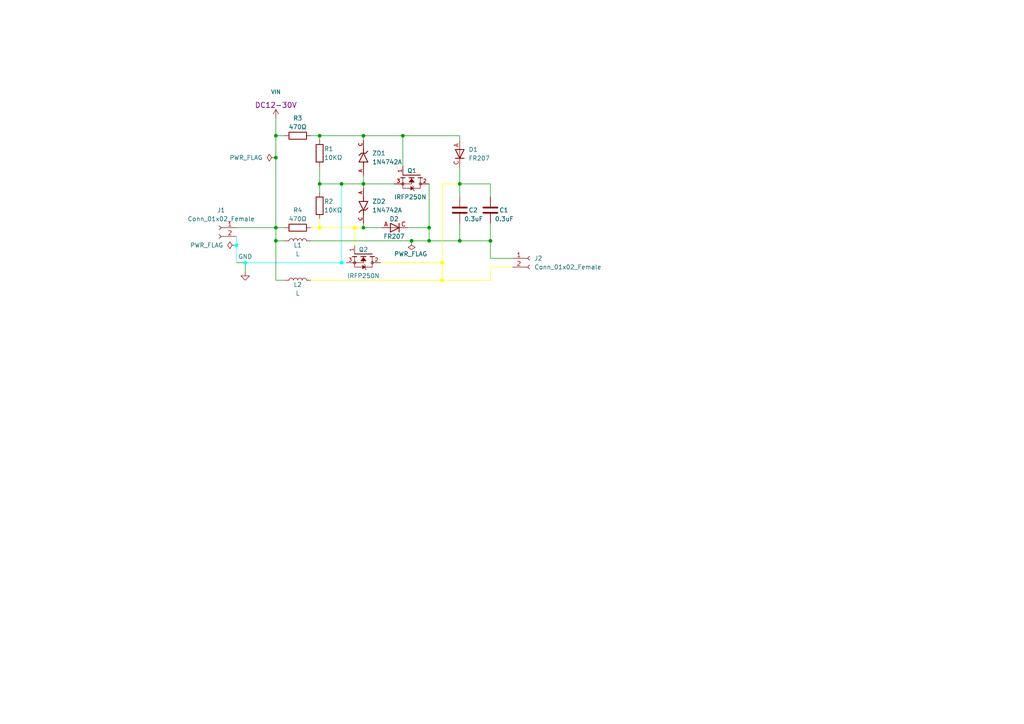
<source format=kicad_sch>
(kicad_sch (version 20211123) (generator eeschema)

  (uuid cc2ff1eb-b268-4e5f-85cd-44277035e33c)

  (paper "A4")

  (lib_symbols
    (symbol "1N4742A:1N4742A" (pin_names (offset 1.016)) (in_bom yes) (on_board yes)
      (property "Reference" "D" (id 0) (at -5.08 2.54 0)
        (effects (font (size 1.27 1.27)) (justify left bottom))
      )
      (property "Value" "1N4742A" (id 1) (at -5.08 -3.81 0)
        (effects (font (size 1.27 1.27)) (justify left bottom))
      )
      (property "Footprint" "DIOAD1060W70L435D230" (id 2) (at 0 0 0)
        (effects (font (size 1.27 1.27)) (justify bottom) hide)
      )
      (property "Datasheet" "" (id 3) (at 0 0 0)
        (effects (font (size 1.27 1.27)) hide)
      )
      (property "MAXIMUM_PACKAGE_HEIGHT" "2.80 mm" (id 4) (at 0 0 0)
        (effects (font (size 1.27 1.27)) (justify bottom) hide)
      )
      (property "MANUFACTURER" "Taiwan Semiconductor" (id 5) (at 0 0 0)
        (effects (font (size 1.27 1.27)) (justify bottom) hide)
      )
      (property "PARTREV" "F1606" (id 6) (at 0 0 0)
        (effects (font (size 1.27 1.27)) (justify bottom) hide)
      )
      (property "STANDARD" "IPC-7351B" (id 7) (at 0 0 0)
        (effects (font (size 1.27 1.27)) (justify bottom) hide)
      )
      (symbol "1N4742A_0_0"
        (polyline
          (pts
            (xy -2.54 0)
            (xy -1.27 0)
          )
          (stroke (width 0.254) (type default) (color 0 0 0 0))
          (fill (type none))
        )
        (polyline
          (pts
            (xy -1.27 -1.27)
            (xy 1.27 0)
          )
          (stroke (width 0.254) (type default) (color 0 0 0 0))
          (fill (type none))
        )
        (polyline
          (pts
            (xy -1.27 0)
            (xy -1.27 -1.27)
          )
          (stroke (width 0.254) (type default) (color 0 0 0 0))
          (fill (type none))
        )
        (polyline
          (pts
            (xy -1.27 1.27)
            (xy -1.27 0)
          )
          (stroke (width 0.254) (type default) (color 0 0 0 0))
          (fill (type none))
        )
        (polyline
          (pts
            (xy 0.635 1.27)
            (xy 1.27 0.635)
          )
          (stroke (width 0.254) (type default) (color 0 0 0 0))
          (fill (type none))
        )
        (polyline
          (pts
            (xy 1.27 -0.635)
            (xy 1.905 -1.27)
          )
          (stroke (width 0.254) (type default) (color 0 0 0 0))
          (fill (type none))
        )
        (polyline
          (pts
            (xy 1.27 0)
            (xy -1.27 1.27)
          )
          (stroke (width 0.254) (type default) (color 0 0 0 0))
          (fill (type none))
        )
        (polyline
          (pts
            (xy 1.27 0)
            (xy 1.27 -0.635)
          )
          (stroke (width 0.254) (type default) (color 0 0 0 0))
          (fill (type none))
        )
        (polyline
          (pts
            (xy 1.27 0.635)
            (xy 1.27 0)
          )
          (stroke (width 0.254) (type default) (color 0 0 0 0))
          (fill (type none))
        )
        (polyline
          (pts
            (xy 2.54 0)
            (xy 1.27 0)
          )
          (stroke (width 0.254) (type default) (color 0 0 0 0))
          (fill (type none))
        )
        (pin passive line (at -5.08 0 0) (length 2.54)
          (name "~" (effects (font (size 1.016 1.016))))
          (number "A" (effects (font (size 1.016 1.016))))
        )
        (pin passive line (at 5.08 0 180) (length 2.54)
          (name "~" (effects (font (size 1.016 1.016))))
          (number "C" (effects (font (size 1.016 1.016))))
        )
      )
    )
    (symbol "Connector:Conn_01x02_Female" (pin_names (offset 1.016) hide) (in_bom yes) (on_board yes)
      (property "Reference" "J" (id 0) (at 0 2.54 0)
        (effects (font (size 1.27 1.27)))
      )
      (property "Value" "Conn_01x02_Female" (id 1) (at 0 -5.08 0)
        (effects (font (size 1.27 1.27)))
      )
      (property "Footprint" "" (id 2) (at 0 0 0)
        (effects (font (size 1.27 1.27)) hide)
      )
      (property "Datasheet" "~" (id 3) (at 0 0 0)
        (effects (font (size 1.27 1.27)) hide)
      )
      (property "ki_keywords" "connector" (id 4) (at 0 0 0)
        (effects (font (size 1.27 1.27)) hide)
      )
      (property "ki_description" "Generic connector, single row, 01x02, script generated (kicad-library-utils/schlib/autogen/connector/)" (id 5) (at 0 0 0)
        (effects (font (size 1.27 1.27)) hide)
      )
      (property "ki_fp_filters" "Connector*:*_1x??_*" (id 6) (at 0 0 0)
        (effects (font (size 1.27 1.27)) hide)
      )
      (symbol "Conn_01x02_Female_1_1"
        (arc (start 0 -2.032) (mid -0.508 -2.54) (end 0 -3.048)
          (stroke (width 0.1524) (type default) (color 0 0 0 0))
          (fill (type none))
        )
        (polyline
          (pts
            (xy -1.27 -2.54)
            (xy -0.508 -2.54)
          )
          (stroke (width 0.1524) (type default) (color 0 0 0 0))
          (fill (type none))
        )
        (polyline
          (pts
            (xy -1.27 0)
            (xy -0.508 0)
          )
          (stroke (width 0.1524) (type default) (color 0 0 0 0))
          (fill (type none))
        )
        (arc (start 0 0.508) (mid -0.508 0) (end 0 -0.508)
          (stroke (width 0.1524) (type default) (color 0 0 0 0))
          (fill (type none))
        )
        (pin passive line (at -5.08 0 0) (length 3.81)
          (name "Pin_1" (effects (font (size 1.27 1.27))))
          (number "1" (effects (font (size 1.27 1.27))))
        )
        (pin passive line (at -5.08 -2.54 0) (length 3.81)
          (name "Pin_2" (effects (font (size 1.27 1.27))))
          (number "2" (effects (font (size 1.27 1.27))))
        )
      )
    )
    (symbol "Device:C" (pin_numbers hide) (pin_names (offset 0.254)) (in_bom yes) (on_board yes)
      (property "Reference" "C" (id 0) (at 0.635 2.54 0)
        (effects (font (size 1.27 1.27)) (justify left))
      )
      (property "Value" "C" (id 1) (at 0.635 -2.54 0)
        (effects (font (size 1.27 1.27)) (justify left))
      )
      (property "Footprint" "" (id 2) (at 0.9652 -3.81 0)
        (effects (font (size 1.27 1.27)) hide)
      )
      (property "Datasheet" "~" (id 3) (at 0 0 0)
        (effects (font (size 1.27 1.27)) hide)
      )
      (property "ki_keywords" "cap capacitor" (id 4) (at 0 0 0)
        (effects (font (size 1.27 1.27)) hide)
      )
      (property "ki_description" "Unpolarized capacitor" (id 5) (at 0 0 0)
        (effects (font (size 1.27 1.27)) hide)
      )
      (property "ki_fp_filters" "C_*" (id 6) (at 0 0 0)
        (effects (font (size 1.27 1.27)) hide)
      )
      (symbol "C_0_1"
        (polyline
          (pts
            (xy -2.032 -0.762)
            (xy 2.032 -0.762)
          )
          (stroke (width 0.508) (type default) (color 0 0 0 0))
          (fill (type none))
        )
        (polyline
          (pts
            (xy -2.032 0.762)
            (xy 2.032 0.762)
          )
          (stroke (width 0.508) (type default) (color 0 0 0 0))
          (fill (type none))
        )
      )
      (symbol "C_1_1"
        (pin passive line (at 0 3.81 270) (length 2.794)
          (name "~" (effects (font (size 1.27 1.27))))
          (number "1" (effects (font (size 1.27 1.27))))
        )
        (pin passive line (at 0 -3.81 90) (length 2.794)
          (name "~" (effects (font (size 1.27 1.27))))
          (number "2" (effects (font (size 1.27 1.27))))
        )
      )
    )
    (symbol "Device:L" (pin_numbers hide) (pin_names (offset 1.016) hide) (in_bom yes) (on_board yes)
      (property "Reference" "L" (id 0) (at -1.27 0 90)
        (effects (font (size 1.27 1.27)))
      )
      (property "Value" "L" (id 1) (at 1.905 0 90)
        (effects (font (size 1.27 1.27)))
      )
      (property "Footprint" "" (id 2) (at 0 0 0)
        (effects (font (size 1.27 1.27)) hide)
      )
      (property "Datasheet" "~" (id 3) (at 0 0 0)
        (effects (font (size 1.27 1.27)) hide)
      )
      (property "ki_keywords" "inductor choke coil reactor magnetic" (id 4) (at 0 0 0)
        (effects (font (size 1.27 1.27)) hide)
      )
      (property "ki_description" "Inductor" (id 5) (at 0 0 0)
        (effects (font (size 1.27 1.27)) hide)
      )
      (property "ki_fp_filters" "Choke_* *Coil* Inductor_* L_*" (id 6) (at 0 0 0)
        (effects (font (size 1.27 1.27)) hide)
      )
      (symbol "L_0_1"
        (arc (start 0 -2.54) (mid 0.635 -1.905) (end 0 -1.27)
          (stroke (width 0) (type default) (color 0 0 0 0))
          (fill (type none))
        )
        (arc (start 0 -1.27) (mid 0.635 -0.635) (end 0 0)
          (stroke (width 0) (type default) (color 0 0 0 0))
          (fill (type none))
        )
        (arc (start 0 0) (mid 0.635 0.635) (end 0 1.27)
          (stroke (width 0) (type default) (color 0 0 0 0))
          (fill (type none))
        )
        (arc (start 0 1.27) (mid 0.635 1.905) (end 0 2.54)
          (stroke (width 0) (type default) (color 0 0 0 0))
          (fill (type none))
        )
      )
      (symbol "L_1_1"
        (pin passive line (at 0 3.81 270) (length 1.27)
          (name "1" (effects (font (size 1.27 1.27))))
          (number "1" (effects (font (size 1.27 1.27))))
        )
        (pin passive line (at 0 -3.81 90) (length 1.27)
          (name "2" (effects (font (size 1.27 1.27))))
          (number "2" (effects (font (size 1.27 1.27))))
        )
      )
    )
    (symbol "Device:R" (pin_numbers hide) (pin_names (offset 0)) (in_bom yes) (on_board yes)
      (property "Reference" "R" (id 0) (at 2.032 0 90)
        (effects (font (size 1.27 1.27)))
      )
      (property "Value" "R" (id 1) (at 0 0 90)
        (effects (font (size 1.27 1.27)))
      )
      (property "Footprint" "" (id 2) (at -1.778 0 90)
        (effects (font (size 1.27 1.27)) hide)
      )
      (property "Datasheet" "~" (id 3) (at 0 0 0)
        (effects (font (size 1.27 1.27)) hide)
      )
      (property "ki_keywords" "R res resistor" (id 4) (at 0 0 0)
        (effects (font (size 1.27 1.27)) hide)
      )
      (property "ki_description" "Resistor" (id 5) (at 0 0 0)
        (effects (font (size 1.27 1.27)) hide)
      )
      (property "ki_fp_filters" "R_*" (id 6) (at 0 0 0)
        (effects (font (size 1.27 1.27)) hide)
      )
      (symbol "R_0_1"
        (rectangle (start -1.016 -2.54) (end 1.016 2.54)
          (stroke (width 0.254) (type default) (color 0 0 0 0))
          (fill (type none))
        )
      )
      (symbol "R_1_1"
        (pin passive line (at 0 3.81 270) (length 1.27)
          (name "~" (effects (font (size 1.27 1.27))))
          (number "1" (effects (font (size 1.27 1.27))))
        )
        (pin passive line (at 0 -3.81 90) (length 1.27)
          (name "~" (effects (font (size 1.27 1.27))))
          (number "2" (effects (font (size 1.27 1.27))))
        )
      )
    )
    (symbol "FR207:FR207" (pin_names (offset 1.016)) (in_bom yes) (on_board yes)
      (property "Reference" "U" (id 0) (at -8 2 0)
        (effects (font (size 1.27 1.27)) (justify left bottom))
      )
      (property "Value" "FR207" (id 1) (at 5 2 0)
        (effects (font (size 1.27 1.27)) (justify left bottom))
      )
      (property "Footprint" "DO15-12" (id 2) (at 0 3 0)
        (effects (font (size 1.27 1.27)) (justify bottom) hide)
      )
      (property "Datasheet" "" (id 3) (at 0 0 0)
        (effects (font (size 1.27 1.27)) hide)
      )
      (symbol "FR207_0_1"
        (polyline
          (pts
            (xy -1.46 1.27)
            (xy -1.46 -1.27)
          )
          (stroke (width 0.254) (type default) (color 0 0 0 0))
          (fill (type none))
        )
        (polyline
          (pts
            (xy 1.08 0)
            (xy -1.46 0)
          )
          (stroke (width 0) (type default) (color 0 0 0 0))
          (fill (type none))
        )
        (polyline
          (pts
            (xy 1.08 1.27)
            (xy 1.08 -1.27)
            (xy -1.46 0)
            (xy 1.08 1.27)
          )
          (stroke (width 0.254) (type default) (color 0 0 0 0))
          (fill (type none))
        )
      )
      (symbol "FR207_1_1"
        (pin passive line (at 3.62 0 180) (length 2.54)
          (name "~" (effects (font (size 1.27 1.27))))
          (number "A" (effects (font (size 1.27 1.27))))
        )
        (pin passive line (at -4 0 0) (length 2.54)
          (name "~" (effects (font (size 1.27 1.27))))
          (number "C" (effects (font (size 1.27 1.27))))
        )
      )
    )
    (symbol "FR207_1" (pin_names (offset 1.016)) (in_bom yes) (on_board yes)
      (property "Reference" "U" (id 0) (at -8 2 0)
        (effects (font (size 1.27 1.27)) (justify left bottom))
      )
      (property "Value" "FR207_1" (id 1) (at 5 2 0)
        (effects (font (size 1.27 1.27)) (justify left bottom))
      )
      (property "Footprint" "DO15-12" (id 2) (at 0 3 0)
        (effects (font (size 1.27 1.27)) (justify bottom) hide)
      )
      (property "Datasheet" "" (id 3) (at 0 0 0)
        (effects (font (size 1.27 1.27)) hide)
      )
      (symbol "FR207_1_0_1"
        (polyline
          (pts
            (xy -1.46 1.27)
            (xy -1.46 -1.27)
          )
          (stroke (width 0.254) (type default) (color 0 0 0 0))
          (fill (type none))
        )
        (polyline
          (pts
            (xy 1.08 0)
            (xy -1.46 0)
          )
          (stroke (width 0) (type default) (color 0 0 0 0))
          (fill (type none))
        )
        (polyline
          (pts
            (xy 1.08 1.27)
            (xy 1.08 -1.27)
            (xy -1.46 0)
            (xy 1.08 1.27)
          )
          (stroke (width 0.254) (type default) (color 0 0 0 0))
          (fill (type none))
        )
      )
      (symbol "FR207_1_1_1"
        (pin passive line (at 3.62 0 180) (length 2.54)
          (name "~" (effects (font (size 1.27 1.27))))
          (number "A" (effects (font (size 1.27 1.27))))
        )
        (pin passive line (at -4 0 0) (length 2.54)
          (name "~" (effects (font (size 1.27 1.27))))
          (number "C" (effects (font (size 1.27 1.27))))
        )
      )
    )
    (symbol "IRFP250N:IRFP250N" (pin_names (offset 1.016)) (in_bom yes) (on_board yes)
      (property "Reference" "Q" (id 0) (at -8.89 2.54 0)
        (effects (font (size 1.27 1.27)) (justify left bottom))
      )
      (property "Value" "IRFP250N" (id 1) (at -8.89 -7.62 0)
        (effects (font (size 1.27 1.27)) (justify left bottom))
      )
      (property "Footprint" "TO545P1590X530X2460-3" (id 2) (at 0 0 0)
        (effects (font (size 1.27 1.27)) (justify bottom) hide)
      )
      (property "Datasheet" "" (id 3) (at 0 0 0)
        (effects (font (size 1.27 1.27)) hide)
      )
      (property "MANUFACTURER" "Infineon" (id 4) (at 0 0 0)
        (effects (font (size 1.27 1.27)) (justify bottom) hide)
      )
      (property "PARTREV" "" (id 5) (at 0 0 0)
        (effects (font (size 1.27 1.27)) (justify bottom) hide)
      )
      (property "STANDARD" "IPC-7351B" (id 6) (at 0 0 0)
        (effects (font (size 1.27 1.27)) (justify bottom) hide)
      )
      (property "MAXIMUM_PACKAGE_HEIGHT" "24.6mm" (id 7) (at 0 0 0)
        (effects (font (size 1.27 1.27)) (justify bottom) hide)
      )
      (symbol "IRFP250N_0_0"
        (polyline
          (pts
            (xy 0 2.54)
            (xy 0 -2.54)
          )
          (stroke (width 0.254) (type default) (color 0 0 0 0))
          (fill (type none))
        )
        (polyline
          (pts
            (xy 0.762 -2.54)
            (xy 0.762 -3.175)
          )
          (stroke (width 0.254) (type default) (color 0 0 0 0))
          (fill (type none))
        )
        (polyline
          (pts
            (xy 0.762 -1.905)
            (xy 0.762 -2.54)
          )
          (stroke (width 0.254) (type default) (color 0 0 0 0))
          (fill (type none))
        )
        (polyline
          (pts
            (xy 0.762 0)
            (xy 0.762 -0.762)
          )
          (stroke (width 0.254) (type default) (color 0 0 0 0))
          (fill (type none))
        )
        (polyline
          (pts
            (xy 0.762 0)
            (xy 2.54 0)
          )
          (stroke (width 0.1524) (type default) (color 0 0 0 0))
          (fill (type none))
        )
        (polyline
          (pts
            (xy 0.762 0.762)
            (xy 0.762 0)
          )
          (stroke (width 0.254) (type default) (color 0 0 0 0))
          (fill (type none))
        )
        (polyline
          (pts
            (xy 0.762 2.54)
            (xy 0.762 1.905)
          )
          (stroke (width 0.254) (type default) (color 0 0 0 0))
          (fill (type none))
        )
        (polyline
          (pts
            (xy 0.762 2.54)
            (xy 3.81 2.54)
          )
          (stroke (width 0.1524) (type default) (color 0 0 0 0))
          (fill (type none))
        )
        (polyline
          (pts
            (xy 0.762 3.175)
            (xy 0.762 2.54)
          )
          (stroke (width 0.254) (type default) (color 0 0 0 0))
          (fill (type none))
        )
        (polyline
          (pts
            (xy 2.54 -2.54)
            (xy 0.762 -2.54)
          )
          (stroke (width 0.1524) (type default) (color 0 0 0 0))
          (fill (type none))
        )
        (polyline
          (pts
            (xy 2.54 -2.54)
            (xy 3.81 -2.54)
          )
          (stroke (width 0.1524) (type default) (color 0 0 0 0))
          (fill (type none))
        )
        (polyline
          (pts
            (xy 2.54 0)
            (xy 2.54 -2.54)
          )
          (stroke (width 0.1524) (type default) (color 0 0 0 0))
          (fill (type none))
        )
        (polyline
          (pts
            (xy 3.302 0.508)
            (xy 3.048 0.254)
          )
          (stroke (width 0.1524) (type default) (color 0 0 0 0))
          (fill (type none))
        )
        (polyline
          (pts
            (xy 3.81 0.508)
            (xy 3.302 0.508)
          )
          (stroke (width 0.1524) (type default) (color 0 0 0 0))
          (fill (type none))
        )
        (polyline
          (pts
            (xy 3.81 0.508)
            (xy 3.81 -2.54)
          )
          (stroke (width 0.1524) (type default) (color 0 0 0 0))
          (fill (type none))
        )
        (polyline
          (pts
            (xy 3.81 2.54)
            (xy 3.81 0.508)
          )
          (stroke (width 0.1524) (type default) (color 0 0 0 0))
          (fill (type none))
        )
        (polyline
          (pts
            (xy 4.318 0.508)
            (xy 3.81 0.508)
          )
          (stroke (width 0.1524) (type default) (color 0 0 0 0))
          (fill (type none))
        )
        (polyline
          (pts
            (xy 4.572 0.762)
            (xy 4.318 0.508)
          )
          (stroke (width 0.1524) (type default) (color 0 0 0 0))
          (fill (type none))
        )
        (polyline
          (pts
            (xy 1.016 0)
            (xy 2.032 0.762)
            (xy 2.032 -0.762)
            (xy 1.016 0)
          )
          (stroke (width 0.1524) (type default) (color 0 0 0 0))
          (fill (type outline))
        )
        (polyline
          (pts
            (xy 3.81 0.508)
            (xy 3.302 -0.254)
            (xy 4.318 -0.254)
            (xy 3.81 0.508)
          )
          (stroke (width 0.1524) (type default) (color 0 0 0 0))
          (fill (type outline))
        )
        (circle (center 2.54 -2.54) (radius 0.3592)
          (stroke (width 0) (type default) (color 0 0 0 0))
          (fill (type none))
        )
        (circle (center 2.54 2.54) (radius 0.3592)
          (stroke (width 0) (type default) (color 0 0 0 0))
          (fill (type none))
        )
        (pin passive line (at -2.54 -2.54 0) (length 2.54)
          (name "~" (effects (font (size 1.016 1.016))))
          (number "1" (effects (font (size 1.016 1.016))))
        )
        (pin passive line (at 2.54 5.08 270) (length 2.54)
          (name "~" (effects (font (size 1.016 1.016))))
          (number "2" (effects (font (size 1.016 1.016))))
        )
        (pin passive line (at 2.54 -5.08 90) (length 2.54)
          (name "~" (effects (font (size 1.016 1.016))))
          (number "3" (effects (font (size 1.016 1.016))))
        )
      )
    )
    (symbol "SparkFun-PowerSymbols:VIN" (power) (pin_numbers hide) (pin_names (offset 1.016) hide) (in_bom yes) (on_board yes)
      (property "Reference" "#SUPPLY" (id 0) (at 1.27 0 0)
        (effects (font (size 1.143 1.143)) (justify left bottom) hide)
      )
      (property "Value" "VIN" (id 1) (at -1.27 3.81 0)
        (effects (font (size 1.143 1.143)) (justify left bottom))
      )
      (property "Footprint" "XXX-00000" (id 2) (at 0 7.62 0)
        (effects (font (size 1.524 1.524)))
      )
      (property "Datasheet" "" (id 3) (at 0 0 0)
        (effects (font (size 1.524 1.524)) hide)
      )
      (property "ki_locked" "" (id 4) (at 0 0 0)
        (effects (font (size 1.27 1.27)))
      )
      (property "ki_keywords" "PROD_ID:XXX-00000" (id 5) (at 0 0 0)
        (effects (font (size 1.27 1.27)) hide)
      )
      (property "ki_description" "Input Voltage Supply Generic voltage input supply symbol." (id 6) (at 0 0 0)
        (effects (font (size 1.27 1.27)) hide)
      )
      (symbol "VIN_1_0"
        (polyline
          (pts
            (xy 0 0)
            (xy 0 2.54)
          )
          (stroke (width 0) (type default) (color 0 0 0 0))
          (fill (type none))
        )
        (polyline
          (pts
            (xy 0 2.54)
            (xy -0.762 1.27)
          )
          (stroke (width 0) (type default) (color 0 0 0 0))
          (fill (type none))
        )
        (polyline
          (pts
            (xy 0.762 1.27)
            (xy 0 2.54)
          )
          (stroke (width 0) (type default) (color 0 0 0 0))
          (fill (type none))
        )
      )
      (symbol "VIN_1_1"
        (pin power_in line (at 0 0 90) (length 0) hide
          (name "VIN" (effects (font (size 1.016 1.016))))
          (number "~" (effects (font (size 1.016 1.016))))
        )
      )
    )
    (symbol "power:GND" (power) (pin_names (offset 0)) (in_bom yes) (on_board yes)
      (property "Reference" "#PWR" (id 0) (at 0 -6.35 0)
        (effects (font (size 1.27 1.27)) hide)
      )
      (property "Value" "GND" (id 1) (at 0 -3.81 0)
        (effects (font (size 1.27 1.27)))
      )
      (property "Footprint" "" (id 2) (at 0 0 0)
        (effects (font (size 1.27 1.27)) hide)
      )
      (property "Datasheet" "" (id 3) (at 0 0 0)
        (effects (font (size 1.27 1.27)) hide)
      )
      (property "ki_keywords" "global power" (id 4) (at 0 0 0)
        (effects (font (size 1.27 1.27)) hide)
      )
      (property "ki_description" "Power symbol creates a global label with name \"GND\" , ground" (id 5) (at 0 0 0)
        (effects (font (size 1.27 1.27)) hide)
      )
      (symbol "GND_0_1"
        (polyline
          (pts
            (xy 0 0)
            (xy 0 -1.27)
            (xy 1.27 -1.27)
            (xy 0 -2.54)
            (xy -1.27 -1.27)
            (xy 0 -1.27)
          )
          (stroke (width 0) (type default) (color 0 0 0 0))
          (fill (type none))
        )
      )
      (symbol "GND_1_1"
        (pin power_in line (at 0 0 270) (length 0) hide
          (name "GND" (effects (font (size 1.27 1.27))))
          (number "1" (effects (font (size 1.27 1.27))))
        )
      )
    )
    (symbol "power:PWR_FLAG" (power) (pin_numbers hide) (pin_names (offset 0) hide) (in_bom yes) (on_board yes)
      (property "Reference" "#FLG" (id 0) (at 0 1.905 0)
        (effects (font (size 1.27 1.27)) hide)
      )
      (property "Value" "PWR_FLAG" (id 1) (at 0 3.81 0)
        (effects (font (size 1.27 1.27)))
      )
      (property "Footprint" "" (id 2) (at 0 0 0)
        (effects (font (size 1.27 1.27)) hide)
      )
      (property "Datasheet" "~" (id 3) (at 0 0 0)
        (effects (font (size 1.27 1.27)) hide)
      )
      (property "ki_keywords" "flag power" (id 4) (at 0 0 0)
        (effects (font (size 1.27 1.27)) hide)
      )
      (property "ki_description" "Special symbol for telling ERC where power comes from" (id 5) (at 0 0 0)
        (effects (font (size 1.27 1.27)) hide)
      )
      (symbol "PWR_FLAG_0_0"
        (pin power_out line (at 0 0 90) (length 0)
          (name "pwr" (effects (font (size 1.27 1.27))))
          (number "1" (effects (font (size 1.27 1.27))))
        )
      )
      (symbol "PWR_FLAG_0_1"
        (polyline
          (pts
            (xy 0 0)
            (xy 0 1.27)
            (xy -1.016 1.905)
            (xy 0 2.54)
            (xy 1.016 1.905)
            (xy 0 1.27)
          )
          (stroke (width 0) (type default) (color 0 0 0 0))
          (fill (type none))
        )
      )
    )
  )

  (junction (at 99.06 53.34) (diameter 0) (color 0 0 0 0)
    (uuid 2c1b9f45-a1ad-4b6c-beff-ecbe1b3acd92)
  )
  (junction (at 116.84 39.37) (diameter 0) (color 0 0 0 0)
    (uuid 3113945c-a1f7-49b3-bcc9-37eecd605329)
  )
  (junction (at 80.01 69.85) (diameter 0) (color 0 0 0 0)
    (uuid 32ce6190-3f52-456f-aa1e-5c9c11c95364)
  )
  (junction (at 133.35 69.85) (diameter 0) (color 0 0 0 0)
    (uuid 367c2516-570e-47e7-82ae-cd4047779cff)
  )
  (junction (at 92.71 66.04) (diameter 0) (color 255 255 0 1)
    (uuid 3f89b3cb-5edf-49ee-9a93-02e7880642ba)
  )
  (junction (at 133.35 53.34) (diameter 0) (color 0 0 0 0)
    (uuid 51145436-5141-480e-8f02-fa07685414b5)
  )
  (junction (at 92.71 53.34) (diameter 0) (color 0 0 0 0)
    (uuid 565127d3-6887-4486-b369-e3ff30e2c984)
  )
  (junction (at 80.01 39.37) (diameter 0) (color 0 0 0 0)
    (uuid 65ac9ad1-cc74-4a11-be49-8f7a2f0f4974)
  )
  (junction (at 142.24 69.85) (diameter 0) (color 0 0 0 0)
    (uuid 69708dde-0b1b-4a12-855f-284b716b06f0)
  )
  (junction (at 105.41 39.37) (diameter 0) (color 0 0 0 0)
    (uuid 69c74642-161b-4e21-ac83-c73d2bd10398)
  )
  (junction (at 102.87 66.04) (diameter 0) (color 255 255 0 1)
    (uuid 736bfa23-f85a-452e-9c04-9545a6ffaef3)
  )
  (junction (at 105.41 66.04) (diameter 0) (color 0 0 0 0)
    (uuid 8a326b09-8a7c-4bd6-878b-4c5a85f7df12)
  )
  (junction (at 124.46 69.85) (diameter 0) (color 0 0 0 0)
    (uuid 9ca8238e-c53f-494d-a056-77124934dc45)
  )
  (junction (at 92.71 39.37) (diameter 0) (color 0 0 0 0)
    (uuid 9e65bace-1312-4a08-8013-ab5259f77cb1)
  )
  (junction (at 71.12 76.2) (diameter 0) (color 0 255 255 1)
    (uuid a21eb374-3d4d-4e40-83c1-52e037fb837e)
  )
  (junction (at 80.01 66.04) (diameter 0) (color 0 0 0 0)
    (uuid aeacd508-b366-419c-b8d6-daa6d48ef32e)
  )
  (junction (at 128.27 76.2) (diameter 0) (color 255 255 0 1)
    (uuid b1b43b53-906d-4df2-b227-00a19294e821)
  )
  (junction (at 119.38 69.85) (diameter 0) (color 0 0 0 0)
    (uuid b63dbaa2-7a02-4f2d-98e3-221e3a4660ca)
  )
  (junction (at 80.01 45.72) (diameter 0) (color 0 0 0 0)
    (uuid bcd82559-49ab-4752-999d-efb6d6f1d90a)
  )
  (junction (at 128.27 81.28) (diameter 0) (color 255 255 0 1)
    (uuid c24de37c-530c-47a7-8b74-4c43ed927cd0)
  )
  (junction (at 99.06 76.2) (diameter 0) (color 0 255 255 1)
    (uuid c7a8b560-e705-4805-8410-cafe5cdca97d)
  )
  (junction (at 105.41 53.34) (diameter 0) (color 0 0 0 0)
    (uuid d3062e57-89c8-4eb8-be8b-e082605fa060)
  )
  (junction (at 124.46 66.04) (diameter 0) (color 0 0 0 0)
    (uuid e5c29e1d-7735-476b-87c8-0215c6329f75)
  )
  (junction (at 68.58 71.12) (diameter 0) (color 0 255 255 1)
    (uuid f50210df-94fd-438f-9717-2fbf3a0f6135)
  )

  (wire (pts (xy 128.27 76.2) (xy 128.27 81.28))
    (stroke (width 0) (type default) (color 255 255 0 1))
    (uuid 002fb3fa-57f3-472e-a337-d11c19cf56ea)
  )
  (wire (pts (xy 92.71 53.34) (xy 99.06 53.34))
    (stroke (width 0) (type default) (color 0 0 0 0))
    (uuid 04a785cc-1518-4114-81a6-0c774166b320)
  )
  (wire (pts (xy 105.41 53.34) (xy 105.41 54.61))
    (stroke (width 0) (type default) (color 0 0 0 0))
    (uuid 07d211ea-4941-474d-bad0-b8c7283560db)
  )
  (wire (pts (xy 99.06 76.2) (xy 100.33 76.2))
    (stroke (width 0) (type default) (color 0 255 255 1))
    (uuid 0860a637-af3d-4071-911f-5b0c3e2be521)
  )
  (wire (pts (xy 68.58 76.2) (xy 68.58 71.12))
    (stroke (width 0) (type default) (color 0 255 255 1))
    (uuid 141dda07-4685-408a-8e0b-6321d490cc6f)
  )
  (wire (pts (xy 80.01 69.85) (xy 80.01 81.28))
    (stroke (width 0) (type default) (color 0 0 0 0))
    (uuid 1a7b1ffe-b97d-4c94-90ad-7d2c33ad328c)
  )
  (wire (pts (xy 116.84 39.37) (xy 116.84 48.26))
    (stroke (width 0) (type default) (color 0 0 0 0))
    (uuid 1b1108c5-8cb6-48f4-a4ef-71167bb08265)
  )
  (wire (pts (xy 142.24 64.77) (xy 142.24 69.85))
    (stroke (width 0) (type default) (color 0 0 0 0))
    (uuid 200833f9-9971-41e8-8fc6-b4441a31dcd0)
  )
  (wire (pts (xy 124.46 69.85) (xy 133.35 69.85))
    (stroke (width 0) (type default) (color 0 0 0 0))
    (uuid 2216e0b7-4b8f-4e49-93c2-d10106082eba)
  )
  (wire (pts (xy 68.58 66.04) (xy 80.01 66.04))
    (stroke (width 0) (type default) (color 0 0 0 0))
    (uuid 23b188c9-8b9b-440d-90ea-c810817e8d49)
  )
  (wire (pts (xy 99.06 53.34) (xy 99.06 76.2))
    (stroke (width 0) (type default) (color 0 255 255 1))
    (uuid 294a95b9-4c7c-485f-991b-c642158cd223)
  )
  (wire (pts (xy 124.46 53.34) (xy 124.46 66.04))
    (stroke (width 0) (type default) (color 0 0 0 0))
    (uuid 2b85f341-cb45-4786-b5b5-73ea9f4c1375)
  )
  (wire (pts (xy 142.24 77.47) (xy 148.59 77.47))
    (stroke (width 0) (type default) (color 255 255 0 1))
    (uuid 39933f0e-efe7-4ac3-b4b9-e23044809fa3)
  )
  (wire (pts (xy 118.3 66.04) (xy 124.46 66.04))
    (stroke (width 0) (type default) (color 0 0 0 0))
    (uuid 3c40f5b5-6b9b-4644-9fcd-0c86d9ac3116)
  )
  (wire (pts (xy 92.71 63.5) (xy 92.71 66.04))
    (stroke (width 0) (type default) (color 255 255 0 1))
    (uuid 3f7b3ff0-da75-41cf-8875-db9ac748496e)
  )
  (wire (pts (xy 92.71 53.34) (xy 92.71 55.88))
    (stroke (width 0) (type default) (color 0 0 0 0))
    (uuid 42d09ebc-765e-4eea-9e2a-37fcf99d07b2)
  )
  (wire (pts (xy 128.27 81.28) (xy 142.24 81.28))
    (stroke (width 0) (type default) (color 255 255 0 1))
    (uuid 42d8879a-8829-4413-8118-7dcd95a7d055)
  )
  (wire (pts (xy 80.01 66.04) (xy 80.01 69.85))
    (stroke (width 0) (type default) (color 0 0 0 0))
    (uuid 44d1f5e8-ce31-4e5c-bf71-3576bf3e6d19)
  )
  (wire (pts (xy 80.01 34.29) (xy 80.01 39.37))
    (stroke (width 0) (type default) (color 0 0 0 0))
    (uuid 6142508c-4518-4642-8edd-89cf6755c7b1)
  )
  (wire (pts (xy 92.71 66.04) (xy 102.87 66.04))
    (stroke (width 0) (type default) (color 255 255 0 1))
    (uuid 65b184b7-d39b-4f12-a27a-4c6ba5e704c2)
  )
  (wire (pts (xy 92.71 39.37) (xy 105.41 39.37))
    (stroke (width 0) (type default) (color 0 0 0 0))
    (uuid 689f0c09-7c63-474b-9692-b75f35e942be)
  )
  (wire (pts (xy 80.01 66.04) (xy 82.55 66.04))
    (stroke (width 0) (type default) (color 0 0 0 0))
    (uuid 68b85b57-2fdf-490c-b553-cabfb9b882b8)
  )
  (wire (pts (xy 90.17 69.85) (xy 119.38 69.85))
    (stroke (width 0) (type default) (color 0 0 0 0))
    (uuid 69806daf-a754-46b7-9e85-e5ce8401fe1e)
  )
  (wire (pts (xy 80.01 69.85) (xy 82.55 69.85))
    (stroke (width 0) (type default) (color 0 0 0 0))
    (uuid 7064ac70-be52-4599-8a55-6841ec1563fc)
  )
  (wire (pts (xy 102.87 66.04) (xy 105.41 66.04))
    (stroke (width 0) (type default) (color 255 255 0 1))
    (uuid 75479859-6583-4dd0-8072-c7dd1ba3d30e)
  )
  (wire (pts (xy 105.41 50.8) (xy 105.41 53.34))
    (stroke (width 0) (type default) (color 0 0 0 0))
    (uuid 76f47e30-6e41-4bed-87da-1c1d25d5f9a9)
  )
  (wire (pts (xy 133.35 69.85) (xy 142.24 69.85))
    (stroke (width 0) (type default) (color 0 0 0 0))
    (uuid 7e65917b-6bd7-4d68-9541-56569e6024db)
  )
  (wire (pts (xy 148.59 74.93) (xy 142.24 74.93))
    (stroke (width 0) (type default) (color 0 0 0 0))
    (uuid 7fe909a7-0643-4b2c-813e-ed56f2580d7d)
  )
  (wire (pts (xy 80.01 81.28) (xy 82.55 81.28))
    (stroke (width 0) (type default) (color 0 0 0 0))
    (uuid 7ffbd45b-e275-414b-af14-76e187e1daa0)
  )
  (wire (pts (xy 133.35 39.37) (xy 133.35 40.83))
    (stroke (width 0) (type default) (color 0 0 0 0))
    (uuid 8556c3e8-2ea2-4cbf-916a-8742ee64e055)
  )
  (wire (pts (xy 92.71 48.26) (xy 92.71 53.34))
    (stroke (width 0) (type default) (color 0 0 0 0))
    (uuid 858dcfd6-c1e2-4a08-a07e-2deb18e32764)
  )
  (wire (pts (xy 142.24 57.15) (xy 142.24 53.34))
    (stroke (width 0) (type default) (color 0 0 0 0))
    (uuid 8ab4a228-064e-4c9d-a926-f6c4dae4933e)
  )
  (wire (pts (xy 119.38 69.85) (xy 124.46 69.85))
    (stroke (width 0) (type default) (color 0 0 0 0))
    (uuid 8f1f92ed-8bfb-41f7-ac44-b507f977a122)
  )
  (wire (pts (xy 124.46 66.04) (xy 124.46 69.85))
    (stroke (width 0) (type default) (color 0 0 0 0))
    (uuid 909d5e3d-5ab2-4c9e-bd1e-d9e966042f7a)
  )
  (wire (pts (xy 105.41 64.77) (xy 105.41 66.04))
    (stroke (width 0) (type default) (color 0 0 0 0))
    (uuid 9850b574-f78f-483f-ba73-3fd146626b3e)
  )
  (wire (pts (xy 68.58 68.58) (xy 68.58 71.12))
    (stroke (width 0) (type default) (color 0 255 255 1))
    (uuid 9b5e9002-b670-4312-a9f4-5f8dd6435669)
  )
  (wire (pts (xy 90.17 39.37) (xy 92.71 39.37))
    (stroke (width 0) (type default) (color 0 0 0 0))
    (uuid 9d9d9539-2777-4eda-b5ea-5ea0e506d68e)
  )
  (wire (pts (xy 71.12 76.2) (xy 68.58 76.2))
    (stroke (width 0) (type default) (color 0 0 0 0))
    (uuid 9ed2c30d-6e58-4584-90f0-b4aef2ba4688)
  )
  (wire (pts (xy 71.12 78.74) (xy 71.12 76.2))
    (stroke (width 0) (type default) (color 0 0 0 0))
    (uuid 9feff4ca-87eb-4315-a44d-51c894843a94)
  )
  (wire (pts (xy 128.27 53.34) (xy 128.27 76.2))
    (stroke (width 0) (type default) (color 255 255 0 1))
    (uuid a39746b3-a229-45f2-aa19-2cd694cea21b)
  )
  (wire (pts (xy 133.35 48.45) (xy 133.35 53.34))
    (stroke (width 0) (type default) (color 0 0 0 0))
    (uuid a87dc102-0e82-4907-b563-1456dd70146b)
  )
  (wire (pts (xy 92.71 40.64) (xy 92.71 39.37))
    (stroke (width 0) (type default) (color 0 0 0 0))
    (uuid acb1149b-5a90-4f02-a068-a08140f6d376)
  )
  (wire (pts (xy 105.41 39.37) (xy 105.41 40.64))
    (stroke (width 0) (type default) (color 0 0 0 0))
    (uuid b072989e-ba7d-4126-b251-ab9661bf4aae)
  )
  (wire (pts (xy 142.24 81.28) (xy 142.24 77.47))
    (stroke (width 0) (type default) (color 255 255 0 1))
    (uuid b4018f74-c005-4046-bc8b-77afd7c498b2)
  )
  (wire (pts (xy 128.27 76.2) (xy 110.49 76.2))
    (stroke (width 0) (type default) (color 255 255 0 1))
    (uuid b6fcaed2-6e9b-4733-ad4e-59cae475fd98)
  )
  (wire (pts (xy 68.58 76.2) (xy 71.12 76.2))
    (stroke (width 0) (type default) (color 0 255 255 1))
    (uuid b8929c5a-7093-4c5c-acd8-219e1aa9d53a)
  )
  (wire (pts (xy 90.17 66.04) (xy 92.71 66.04))
    (stroke (width 0) (type default) (color 255 255 0 1))
    (uuid b925382b-d76e-4bdc-b7b8-b0ecf5d2c23f)
  )
  (wire (pts (xy 71.12 76.2) (xy 99.06 76.2))
    (stroke (width 0) (type default) (color 0 255 255 1))
    (uuid ba18d782-483c-4a8e-a3c8-9306b8bfa3da)
  )
  (wire (pts (xy 105.41 66.04) (xy 110.68 66.04))
    (stroke (width 0) (type default) (color 0 0 0 0))
    (uuid bb16ad95-f076-4caa-aacf-d5bb5718d154)
  )
  (wire (pts (xy 90.17 81.28) (xy 128.27 81.28))
    (stroke (width 0) (type default) (color 255 255 0 1))
    (uuid bee7a584-980d-4e7a-80ce-b3876ff74294)
  )
  (wire (pts (xy 142.24 74.93) (xy 142.24 69.85))
    (stroke (width 0) (type default) (color 0 0 0 0))
    (uuid c0003647-fecf-4d25-aaf2-85a4225488df)
  )
  (wire (pts (xy 105.41 39.37) (xy 116.84 39.37))
    (stroke (width 0) (type default) (color 0 0 0 0))
    (uuid c0caf8e0-5e12-4fbc-8802-a006d874ad29)
  )
  (wire (pts (xy 80.01 39.37) (xy 80.01 45.72))
    (stroke (width 0) (type default) (color 0 0 0 0))
    (uuid c8fe1aa2-45df-4a90-8160-468cdb9f56a6)
  )
  (wire (pts (xy 80.01 45.72) (xy 80.01 66.04))
    (stroke (width 0) (type default) (color 0 0 0 0))
    (uuid cc8f9c09-7d5c-4fea-bfc4-fb15350a544e)
  )
  (wire (pts (xy 128.27 53.34) (xy 133.35 53.34))
    (stroke (width 0) (type default) (color 255 255 0 1))
    (uuid d4774d90-b050-4eb4-9b60-59f503667d96)
  )
  (wire (pts (xy 133.35 53.34) (xy 133.35 57.15))
    (stroke (width 0) (type default) (color 0 0 0 0))
    (uuid e658aebb-a843-4c86-a9d8-02b89b500158)
  )
  (wire (pts (xy 116.84 39.37) (xy 133.35 39.37))
    (stroke (width 0) (type default) (color 0 0 0 0))
    (uuid e8609e3e-91e0-4651-b1db-b490ae4c12f2)
  )
  (wire (pts (xy 133.35 64.77) (xy 133.35 69.85))
    (stroke (width 0) (type default) (color 0 0 0 0))
    (uuid e8a70b57-5802-4f37-8699-c693bfae306f)
  )
  (wire (pts (xy 102.87 66.04) (xy 102.87 71.12))
    (stroke (width 0) (type default) (color 255 255 0 1))
    (uuid eab1a7a9-92b6-4340-8bcb-d76c2d4983e6)
  )
  (wire (pts (xy 80.01 39.37) (xy 82.55 39.37))
    (stroke (width 0) (type default) (color 0 0 0 0))
    (uuid f579246e-afd6-4bf4-9d76-7ecd78726612)
  )
  (wire (pts (xy 142.24 53.34) (xy 133.35 53.34))
    (stroke (width 0) (type default) (color 0 0 0 0))
    (uuid f73f91a7-fca3-44e9-9d19-b11e9b854a06)
  )
  (wire (pts (xy 105.41 53.34) (xy 114.3 53.34))
    (stroke (width 0) (type default) (color 0 0 0 0))
    (uuid fd2836dd-75b8-4e9c-89cd-025960963e3d)
  )
  (wire (pts (xy 99.06 53.34) (xy 105.41 53.34))
    (stroke (width 0) (type default) (color 0 0 0 0))
    (uuid ffd5b388-ce1a-4df6-b635-7fd13d04c467)
  )

  (symbol (lib_id "power:PWR_FLAG") (at 68.58 71.12 90) (unit 1)
    (in_bom yes) (on_board yes) (fields_autoplaced)
    (uuid 0091132a-2bd3-4924-b4db-dd7f5ae9a989)
    (property "Reference" "#FLG01" (id 0) (at 66.675 71.12 0)
      (effects (font (size 1.27 1.27)) hide)
    )
    (property "Value" "PWR_FLAG" (id 1) (at 64.77 71.1199 90)
      (effects (font (size 1.27 1.27)) (justify left))
    )
    (property "Footprint" "" (id 2) (at 68.58 71.12 0)
      (effects (font (size 1.27 1.27)) hide)
    )
    (property "Datasheet" "~" (id 3) (at 68.58 71.12 0)
      (effects (font (size 1.27 1.27)) hide)
    )
    (pin "1" (uuid 026b4149-e302-46a7-bdcc-ba29fdddf340))
  )

  (symbol (lib_id "Device:C") (at 142.24 60.96 0) (unit 1)
    (in_bom yes) (on_board yes)
    (uuid 1f2ea52d-b3da-4dc0-bdbb-fb4aba2695da)
    (property "Reference" "C1" (id 0) (at 144.78 60.96 0)
      (effects (font (size 1.27 1.27)) (justify left))
    )
    (property "Value" "0.3uF" (id 1) (at 143.51 63.5 0)
      (effects (font (size 1.27 1.27)) (justify left))
    )
    (property "Footprint" "Custom:MKPH_SH_0.3uF" (id 2) (at 143.2052 64.77 0)
      (effects (font (size 1.27 1.27)) hide)
    )
    (property "Datasheet" "~" (id 3) (at 142.24 60.96 0)
      (effects (font (size 1.27 1.27)) hide)
    )
    (pin "1" (uuid 841a884d-c3d0-482d-b526-23d38ce950b0))
    (pin "2" (uuid e640c894-e332-4111-8574-73c3118f5602))
  )

  (symbol (lib_id "Device:L") (at 86.36 81.28 90) (unit 1)
    (in_bom yes) (on_board yes)
    (uuid 22aaa08e-ad32-4ed1-acb9-738312a93b82)
    (property "Reference" "L2" (id 0) (at 86.36 82.55 90))
    (property "Value" "L" (id 1) (at 86.36 85.09 90))
    (property "Footprint" "Custom:Inductor_0.1mH" (id 2) (at 86.36 81.28 0)
      (effects (font (size 1.27 1.27)) hide)
    )
    (property "Datasheet" "~" (id 3) (at 86.36 81.28 0)
      (effects (font (size 1.27 1.27)) hide)
    )
    (pin "1" (uuid 48c4af9b-fa9a-4ed5-862e-6f9e61fdd65b))
    (pin "2" (uuid 7833bed5-2fcb-4f49-aedb-a71a8122d0c9))
  )

  (symbol (lib_id "IRFP250N:IRFP250N") (at 119.38 50.8 270) (unit 1)
    (in_bom yes) (on_board yes)
    (uuid 246bae95-1877-4c7f-b947-9656aa48c8d4)
    (property "Reference" "Q1" (id 0) (at 118.11 49.53 90)
      (effects (font (size 1.27 1.27)) (justify left))
    )
    (property "Value" "IRFP250N" (id 1) (at 114.3 57.15 90)
      (effects (font (size 1.27 1.27)) (justify left))
    )
    (property "Footprint" "IRFP250N:TO545P1590X530X2460-3" (id 2) (at 119.38 50.8 0)
      (effects (font (size 1.27 1.27)) (justify bottom) hide)
    )
    (property "Datasheet" "" (id 3) (at 119.38 50.8 0)
      (effects (font (size 1.27 1.27)) hide)
    )
    (property "MANUFACTURER" "Infineon" (id 4) (at 119.38 50.8 0)
      (effects (font (size 1.27 1.27)) (justify bottom) hide)
    )
    (property "PARTREV" "" (id 5) (at 119.38 50.8 0)
      (effects (font (size 1.27 1.27)) (justify bottom) hide)
    )
    (property "STANDARD" "IPC-7351B" (id 6) (at 119.38 50.8 0)
      (effects (font (size 1.27 1.27)) (justify bottom) hide)
    )
    (property "MAXIMUM_PACKAGE_HEIGHT" "24.6mm" (id 7) (at 119.38 50.8 0)
      (effects (font (size 1.27 1.27)) (justify bottom) hide)
    )
    (pin "1" (uuid 753ba22b-e06e-4a27-9ead-55bd9af23a07))
    (pin "2" (uuid 6d83fc18-6750-4d1e-bd1c-d43f2c2c5539))
    (pin "3" (uuid d9d81c3d-589a-4a48-9953-63e13577d17e))
  )

  (symbol (lib_id "Device:R") (at 92.71 44.45 0) (unit 1)
    (in_bom yes) (on_board yes)
    (uuid 298fc75e-7a76-427a-9cf5-27a79835ac30)
    (property "Reference" "R1" (id 0) (at 93.98 43.18 0)
      (effects (font (size 1.27 1.27)) (justify left))
    )
    (property "Value" "10KΩ" (id 1) (at 93.98 45.72 0)
      (effects (font (size 1.27 1.27)) (justify left))
    )
    (property "Footprint" "Custom:1-4W_Resistor" (id 2) (at 90.932 44.45 90)
      (effects (font (size 1.27 1.27)) hide)
    )
    (property "Datasheet" "~" (id 3) (at 92.71 44.45 0)
      (effects (font (size 1.27 1.27)) hide)
    )
    (pin "1" (uuid e45a8f1c-1210-4daa-9bb3-7495c48cc261))
    (pin "2" (uuid f721a301-133f-4f25-b444-9af70b2d6e0b))
  )

  (symbol (lib_id "Device:L") (at 86.36 69.85 90) (unit 1)
    (in_bom yes) (on_board yes)
    (uuid 3a996ee9-0718-4d6c-b989-c074bb6e1f74)
    (property "Reference" "L1" (id 0) (at 86.36 71.12 90))
    (property "Value" "L" (id 1) (at 86.36 73.66 90))
    (property "Footprint" "Custom:Inductor_0.1mH" (id 2) (at 86.36 69.85 0)
      (effects (font (size 1.27 1.27)) hide)
    )
    (property "Datasheet" "~" (id 3) (at 86.36 69.85 0)
      (effects (font (size 1.27 1.27)) hide)
    )
    (pin "1" (uuid 102969db-ab29-46d7-ac29-63a76fb1d8dc))
    (pin "2" (uuid 04a953fb-9447-41be-be8e-7b451004e449))
  )

  (symbol (lib_id "Connector:Conn_01x02_Female") (at 63.5 66.04 0) (mirror y) (unit 1)
    (in_bom yes) (on_board yes) (fields_autoplaced)
    (uuid 55d4166a-776c-42e6-9a03-936a018a4650)
    (property "Reference" "J1" (id 0) (at 64.135 60.96 0))
    (property "Value" "Conn_01x02_Female" (id 1) (at 64.135 63.5 0))
    (property "Footprint" "Custom:x2_Hub" (id 2) (at 63.5 66.04 0)
      (effects (font (size 1.27 1.27)) hide)
    )
    (property "Datasheet" "~" (id 3) (at 63.5 66.04 0)
      (effects (font (size 1.27 1.27)) hide)
    )
    (pin "1" (uuid 00b7e679-42e6-4d9c-903f-1b1227efd943))
    (pin "2" (uuid c7f1862f-87c6-4ed7-9717-a7617e9e93aa))
  )

  (symbol (lib_id "Device:R") (at 92.71 59.69 0) (unit 1)
    (in_bom yes) (on_board yes)
    (uuid 5674d8a9-634f-4f85-b69d-416427cfc4e1)
    (property "Reference" "R2" (id 0) (at 93.98 58.42 0)
      (effects (font (size 1.27 1.27)) (justify left))
    )
    (property "Value" "10KΩ" (id 1) (at 93.98 60.96 0)
      (effects (font (size 1.27 1.27)) (justify left))
    )
    (property "Footprint" "Custom:1-4W_Resistor" (id 2) (at 90.932 59.69 90)
      (effects (font (size 1.27 1.27)) hide)
    )
    (property "Datasheet" "~" (id 3) (at 92.71 59.69 0)
      (effects (font (size 1.27 1.27)) hide)
    )
    (pin "1" (uuid 7e03dfcf-795e-4285-9ca8-abdb967647ea))
    (pin "2" (uuid 129df551-8b0c-454a-8e98-77130da57612))
  )

  (symbol (lib_name "FR207_1") (lib_id "FR207:FR207") (at 114.3 66.04 180) (unit 1)
    (in_bom yes) (on_board yes)
    (uuid 6adb8763-635f-403e-87d7-d75cb7f0831c)
    (property "Reference" "D2" (id 0) (at 114.3 63.5 0))
    (property "Value" "FR207" (id 1) (at 114.3 68.58 0))
    (property "Footprint" "DO15-12" (id 2) (at 114.3 69.04 0)
      (effects (font (size 1.27 1.27)) (justify bottom) hide)
    )
    (property "Datasheet" "" (id 3) (at 114.3 66.04 0)
      (effects (font (size 1.27 1.27)) hide)
    )
    (pin "A" (uuid e6268a48-424d-4578-9f88-c3f5cfc62e51))
    (pin "C" (uuid 8a141d74-edd5-47de-99d5-d73d4ffe4396))
  )

  (symbol (lib_id "power:PWR_FLAG") (at 119.38 69.85 180) (unit 1)
    (in_bom yes) (on_board yes)
    (uuid 6d8507ab-e4b4-4840-8d5c-9166da61f9ad)
    (property "Reference" "#FLG0102" (id 0) (at 119.38 71.755 0)
      (effects (font (size 1.27 1.27)) hide)
    )
    (property "Value" "PWR_FLAG" (id 1) (at 114.3 73.66 0)
      (effects (font (size 1.27 1.27)) (justify right))
    )
    (property "Footprint" "" (id 2) (at 119.38 69.85 0)
      (effects (font (size 1.27 1.27)) hide)
    )
    (property "Datasheet" "~" (id 3) (at 119.38 69.85 0)
      (effects (font (size 1.27 1.27)) hide)
    )
    (pin "1" (uuid f38ba59d-d820-4df1-b4a6-06f4fe37e8fc))
  )

  (symbol (lib_id "power:GND") (at 71.12 78.74 0) (unit 1)
    (in_bom yes) (on_board yes)
    (uuid 7ead5eae-7afc-457b-9b3b-d2ac3251d2b1)
    (property "Reference" "#PWR01" (id 0) (at 71.12 85.09 0)
      (effects (font (size 1.27 1.27)) hide)
    )
    (property "Value" "GND" (id 1) (at 71.12 74.422 0))
    (property "Footprint" "" (id 2) (at 71.12 78.74 0)
      (effects (font (size 1.27 1.27)) hide)
    )
    (property "Datasheet" "" (id 3) (at 71.12 78.74 0)
      (effects (font (size 1.27 1.27)) hide)
    )
    (pin "1" (uuid 7cdaac32-c5d0-4be5-99d7-ed991413e386))
  )

  (symbol (lib_id "Device:R") (at 86.36 39.37 90) (unit 1)
    (in_bom yes) (on_board yes)
    (uuid 86a55649-d8be-42eb-b15b-6f4161b4a194)
    (property "Reference" "R3" (id 0) (at 86.36 34.29 90))
    (property "Value" "470Ω" (id 1) (at 86.36 36.83 90))
    (property "Footprint" "Custom:1W_Resistor" (id 2) (at 86.36 41.148 90)
      (effects (font (size 1.27 1.27)) hide)
    )
    (property "Datasheet" "~" (id 3) (at 86.36 39.37 0)
      (effects (font (size 1.27 1.27)) hide)
    )
    (pin "1" (uuid 551d33ca-e5e3-42cd-9979-bebb172a81f5))
    (pin "2" (uuid 42b66fe4-f160-4215-9c85-a49765b2d2d2))
  )

  (symbol (lib_id "power:PWR_FLAG") (at 80.01 45.72 90) (unit 1)
    (in_bom yes) (on_board yes) (fields_autoplaced)
    (uuid 88b1fb24-bd58-401c-90a8-800b0e855343)
    (property "Reference" "#FLG0101" (id 0) (at 78.105 45.72 0)
      (effects (font (size 1.27 1.27)) hide)
    )
    (property "Value" "PWR_FLAG" (id 1) (at 76.2 45.7199 90)
      (effects (font (size 1.27 1.27)) (justify left))
    )
    (property "Footprint" "" (id 2) (at 80.01 45.72 0)
      (effects (font (size 1.27 1.27)) hide)
    )
    (property "Datasheet" "~" (id 3) (at 80.01 45.72 0)
      (effects (font (size 1.27 1.27)) hide)
    )
    (pin "1" (uuid 1cdab43a-fba1-4f7b-878a-9d411bc91c41))
  )

  (symbol (lib_id "1N4742A:1N4742A") (at 105.41 59.69 270) (unit 1)
    (in_bom yes) (on_board yes) (fields_autoplaced)
    (uuid adc1c8b1-f74b-4b5f-9b3a-b2b4982739e8)
    (property "Reference" "ZD2" (id 0) (at 107.95 58.4199 90)
      (effects (font (size 1.27 1.27)) (justify left))
    )
    (property "Value" "1N4742A" (id 1) (at 107.95 60.9599 90)
      (effects (font (size 1.27 1.27)) (justify left))
    )
    (property "Footprint" "1N4742A:DIOAD1060W70L435D230" (id 2) (at 113.41 59.69 0)
      (effects (font (size 1.27 1.27)) (justify bottom) hide)
    )
    (property "Datasheet" "" (id 3) (at 105.41 59.69 0)
      (effects (font (size 1.27 1.27)) hide)
    )
    (property "MANUFACTURER" "Taiwan Semiconductor" (id 4) (at 115.41 59.69 0)
      (effects (font (size 1.27 1.27)) (justify bottom) hide)
    )
    (property "PARTREV" "F1606" (id 5) (at 109.41 59.69 0)
      (effects (font (size 1.27 1.27)) (justify bottom) hide)
    )
    (property "MAXIMUM_PACKAGE_HEIGHT" "2.80 mm" (id 6) (at 107.41 59.69 0)
      (effects (font (size 1.27 1.27)) (justify bottom) hide)
    )
    (property "STANDARD" "IPC-7351B" (id 7) (at 111.41 59.69 0)
      (effects (font (size 1.27 1.27)) (justify bottom) hide)
    )
    (pin "A" (uuid 431a4e32-be2f-47e2-a917-8c7c53cdfdaf))
    (pin "C" (uuid 565ca025-0458-4075-9f5c-78fe32f1f568))
  )

  (symbol (lib_id "Device:R") (at 86.36 66.04 90) (unit 1)
    (in_bom yes) (on_board yes)
    (uuid c01183cf-e1ca-4463-bbd6-7ab071293735)
    (property "Reference" "R4" (id 0) (at 86.36 60.96 90))
    (property "Value" "470Ω" (id 1) (at 86.36 63.5 90))
    (property "Footprint" "Custom:1W_Resistor" (id 2) (at 86.36 67.818 90)
      (effects (font (size 1.27 1.27)) hide)
    )
    (property "Datasheet" "~" (id 3) (at 86.36 66.04 0)
      (effects (font (size 1.27 1.27)) hide)
    )
    (pin "1" (uuid 6c7f0141-c86a-473b-8023-7372a9e1add5))
    (pin "2" (uuid f65f83f8-3480-4731-be74-e3679c46b3cd))
  )

  (symbol (lib_id "Connector:Conn_01x02_Female") (at 153.67 74.93 0) (unit 1)
    (in_bom yes) (on_board yes) (fields_autoplaced)
    (uuid cb3d0944-57c4-440a-b5d9-7da7ec646fc7)
    (property "Reference" "J2" (id 0) (at 154.94 74.9299 0)
      (effects (font (size 1.27 1.27)) (justify left))
    )
    (property "Value" "Conn_01x02_Female" (id 1) (at 154.94 77.4699 0)
      (effects (font (size 1.27 1.27)) (justify left))
    )
    (property "Footprint" "Custom:x2_Hub" (id 2) (at 153.67 74.93 0)
      (effects (font (size 1.27 1.27)) hide)
    )
    (property "Datasheet" "~" (id 3) (at 153.67 74.93 0)
      (effects (font (size 1.27 1.27)) hide)
    )
    (pin "1" (uuid 19316332-8ef0-4cec-8ccc-b611ef57027c))
    (pin "2" (uuid 9299ee09-0903-4450-a04a-d938528c3c42))
  )

  (symbol (lib_id "IRFP250N:IRFP250N") (at 105.41 73.66 270) (unit 1)
    (in_bom yes) (on_board yes)
    (uuid d236e73c-5669-414d-b695-2cfab4a4d689)
    (property "Reference" "Q2" (id 0) (at 105.41 72.39 90))
    (property "Value" "IRFP250N" (id 1) (at 105.41 80.01 90))
    (property "Footprint" "IRFP250N:TO545P1590X530X2460-3" (id 2) (at 105.41 73.66 0)
      (effects (font (size 1.27 1.27)) (justify bottom) hide)
    )
    (property "Datasheet" "" (id 3) (at 105.41 73.66 0)
      (effects (font (size 1.27 1.27)) hide)
    )
    (property "MANUFACTURER" "Infineon" (id 4) (at 105.41 73.66 0)
      (effects (font (size 1.27 1.27)) (justify bottom) hide)
    )
    (property "PARTREV" "" (id 5) (at 105.41 73.66 0)
      (effects (font (size 1.27 1.27)) (justify bottom) hide)
    )
    (property "STANDARD" "IPC-7351B" (id 6) (at 105.41 73.66 0)
      (effects (font (size 1.27 1.27)) (justify bottom) hide)
    )
    (property "MAXIMUM_PACKAGE_HEIGHT" "24.6mm" (id 7) (at 105.41 73.66 0)
      (effects (font (size 1.27 1.27)) (justify bottom) hide)
    )
    (pin "1" (uuid dd3718e6-7986-49d3-9cce-6278fee3c8c9))
    (pin "2" (uuid 6704ccab-fd23-4de1-b3bb-48bd7e9c3bc9))
    (pin "3" (uuid 20c00927-a8f9-4fb6-b501-64fe40904629))
  )

  (symbol (lib_id "1N4742A:1N4742A") (at 105.41 45.72 90) (unit 1)
    (in_bom yes) (on_board yes) (fields_autoplaced)
    (uuid d483263d-a79a-409d-9a03-e0a7ed8c3931)
    (property "Reference" "ZD1" (id 0) (at 107.95 44.4499 90)
      (effects (font (size 1.27 1.27)) (justify right))
    )
    (property "Value" "1N4742A" (id 1) (at 107.95 46.9899 90)
      (effects (font (size 1.27 1.27)) (justify right))
    )
    (property "Footprint" "1N4742A:DIOAD1060W70L435D230" (id 2) (at 97.41 45.72 0)
      (effects (font (size 1.27 1.27)) (justify bottom) hide)
    )
    (property "Datasheet" "" (id 3) (at 105.41 45.72 0)
      (effects (font (size 1.27 1.27)) hide)
    )
    (property "MANUFACTURER" "Taiwan Semiconductor" (id 4) (at 95.41 45.72 0)
      (effects (font (size 1.27 1.27)) (justify bottom) hide)
    )
    (property "PARTREV" "F1606" (id 5) (at 101.41 45.72 0)
      (effects (font (size 1.27 1.27)) (justify bottom) hide)
    )
    (property "MAXIMUM_PACKAGE_HEIGHT" "2.80 mm" (id 6) (at 103.41 45.72 0)
      (effects (font (size 1.27 1.27)) (justify bottom) hide)
    )
    (property "STANDARD" "IPC-7351B" (id 7) (at 99.41 45.72 0)
      (effects (font (size 1.27 1.27)) (justify bottom) hide)
    )
    (pin "A" (uuid 1add7c5e-de4f-4cc7-a1cb-28293599dea6))
    (pin "C" (uuid e98849e6-7d0a-4da6-8ac1-4e24dd656444))
  )

  (symbol (lib_id "SparkFun-PowerSymbols:VIN") (at 80.01 34.29 0) (unit 1)
    (in_bom yes) (on_board yes) (fields_autoplaced)
    (uuid df597ffc-118d-49de-bc40-4dac25202f58)
    (property "Reference" "#SUPPLY0103" (id 0) (at 81.28 34.29 0)
      (effects (font (size 1.143 1.143)) (justify left bottom) hide)
    )
    (property "Value" "VIN" (id 1) (at 80.01 26.67 0)
      (effects (font (size 1.143 1.143)))
    )
    (property "Footprint" "DC12-30V" (id 2) (at 80.01 30.48 0)
      (effects (font (size 1.524 1.524)))
    )
    (property "Datasheet" "" (id 3) (at 80.01 34.29 0)
      (effects (font (size 1.524 1.524)) hide)
    )
    (pin "~" (uuid 7bb68a39-5ad0-41b7-9049-a0a1f384ca89))
  )

  (symbol (lib_id "Device:C") (at 133.35 60.96 0) (unit 1)
    (in_bom yes) (on_board yes)
    (uuid e3bc3917-8044-46e6-9ab8-433b79fed768)
    (property "Reference" "C2" (id 0) (at 135.89 60.96 0)
      (effects (font (size 1.27 1.27)) (justify left))
    )
    (property "Value" "0.3uF" (id 1) (at 134.62 63.5 0)
      (effects (font (size 1.27 1.27)) (justify left))
    )
    (property "Footprint" "Custom:MKPH_SH_0.3uF" (id 2) (at 134.3152 64.77 0)
      (effects (font (size 1.27 1.27)) hide)
    )
    (property "Datasheet" "~" (id 3) (at 133.35 60.96 0)
      (effects (font (size 1.27 1.27)) hide)
    )
    (pin "1" (uuid 2bd9c25b-65b3-459d-9486-4fb16ce045f6))
    (pin "2" (uuid 69f9b866-d490-428d-a23b-043cc17449d6))
  )

  (symbol (lib_id "FR207:FR207") (at 133.35 44.45 90) (unit 1)
    (in_bom yes) (on_board yes) (fields_autoplaced)
    (uuid e5fa9e41-6b2c-4880-950f-64fb04369516)
    (property "Reference" "D1" (id 0) (at 135.89 43.3699 90)
      (effects (font (size 1.27 1.27)) (justify right))
    )
    (property "Value" "FR207" (id 1) (at 135.89 45.9099 90)
      (effects (font (size 1.27 1.27)) (justify right))
    )
    (property "Footprint" "DO15-12" (id 2) (at 130.35 44.45 0)
      (effects (font (size 1.27 1.27)) (justify bottom) hide)
    )
    (property "Datasheet" "" (id 3) (at 133.35 44.45 0)
      (effects (font (size 1.27 1.27)) hide)
    )
    (pin "A" (uuid 53a2103d-f92d-423c-afc8-5fa650c9f030))
    (pin "C" (uuid ad42fedb-4d64-446f-8c69-8010bfb19343))
  )

  (sheet_instances
    (path "/" (page "1"))
  )

  (symbol_instances
    (path "/0091132a-2bd3-4924-b4db-dd7f5ae9a989"
      (reference "#FLG01") (unit 1) (value "PWR_FLAG") (footprint "")
    )
    (path "/88b1fb24-bd58-401c-90a8-800b0e855343"
      (reference "#FLG0101") (unit 1) (value "PWR_FLAG") (footprint "")
    )
    (path "/6d8507ab-e4b4-4840-8d5c-9166da61f9ad"
      (reference "#FLG0102") (unit 1) (value "PWR_FLAG") (footprint "")
    )
    (path "/7ead5eae-7afc-457b-9b3b-d2ac3251d2b1"
      (reference "#PWR01") (unit 1) (value "GND") (footprint "")
    )
    (path "/df597ffc-118d-49de-bc40-4dac25202f58"
      (reference "#SUPPLY0103") (unit 1) (value "VIN") (footprint "DC12-30V")
    )
    (path "/1f2ea52d-b3da-4dc0-bdbb-fb4aba2695da"
      (reference "C1") (unit 1) (value "0.3uF") (footprint "Custom:MKPH_SH_0.3uF")
    )
    (path "/e3bc3917-8044-46e6-9ab8-433b79fed768"
      (reference "C2") (unit 1) (value "0.3uF") (footprint "Custom:MKPH_SH_0.3uF")
    )
    (path "/e5fa9e41-6b2c-4880-950f-64fb04369516"
      (reference "D1") (unit 1) (value "FR207") (footprint "DO15-12")
    )
    (path "/6adb8763-635f-403e-87d7-d75cb7f0831c"
      (reference "D2") (unit 1) (value "FR207") (footprint "DO15-12")
    )
    (path "/55d4166a-776c-42e6-9a03-936a018a4650"
      (reference "J1") (unit 1) (value "Conn_01x02_Female") (footprint "Custom:x2_Hub")
    )
    (path "/cb3d0944-57c4-440a-b5d9-7da7ec646fc7"
      (reference "J2") (unit 1) (value "Conn_01x02_Female") (footprint "Custom:x2_Hub")
    )
    (path "/3a996ee9-0718-4d6c-b989-c074bb6e1f74"
      (reference "L1") (unit 1) (value "L") (footprint "Custom:Inductor_0.1mH")
    )
    (path "/22aaa08e-ad32-4ed1-acb9-738312a93b82"
      (reference "L2") (unit 1) (value "L") (footprint "Custom:Inductor_0.1mH")
    )
    (path "/246bae95-1877-4c7f-b947-9656aa48c8d4"
      (reference "Q1") (unit 1) (value "IRFP250N") (footprint "IRFP250N:TO545P1590X530X2460-3")
    )
    (path "/d236e73c-5669-414d-b695-2cfab4a4d689"
      (reference "Q2") (unit 1) (value "IRFP250N") (footprint "IRFP250N:TO545P1590X530X2460-3")
    )
    (path "/298fc75e-7a76-427a-9cf5-27a79835ac30"
      (reference "R1") (unit 1) (value "10KΩ") (footprint "Custom:1-4W_Resistor")
    )
    (path "/5674d8a9-634f-4f85-b69d-416427cfc4e1"
      (reference "R2") (unit 1) (value "10KΩ") (footprint "Custom:1-4W_Resistor")
    )
    (path "/86a55649-d8be-42eb-b15b-6f4161b4a194"
      (reference "R3") (unit 1) (value "470Ω") (footprint "Custom:1W_Resistor")
    )
    (path "/c01183cf-e1ca-4463-bbd6-7ab071293735"
      (reference "R4") (unit 1) (value "470Ω") (footprint "Custom:1W_Resistor")
    )
    (path "/d483263d-a79a-409d-9a03-e0a7ed8c3931"
      (reference "ZD1") (unit 1) (value "1N4742A") (footprint "1N4742A:DIOAD1060W70L435D230")
    )
    (path "/adc1c8b1-f74b-4b5f-9b3a-b2b4982739e8"
      (reference "ZD2") (unit 1) (value "1N4742A") (footprint "1N4742A:DIOAD1060W70L435D230")
    )
  )
)

</source>
